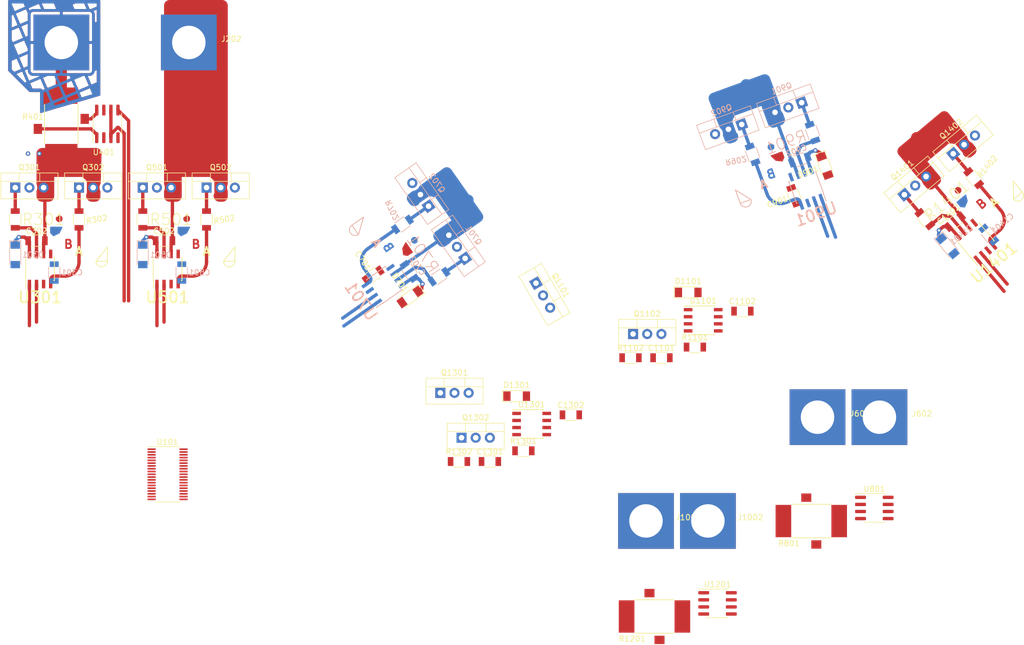
<source format=kicad_pcb>
(kicad_pcb (version 20211014) (generator pcbnew)
  (layers (0 "F.Cu" signal) (31 "B.Cu" signal) (34 "B.Paste" user) (35 "F.Paste" user) (36 "B.SilkS" user "B.Silkscreen") (37 "F.SilkS" user "F.Silkscreen") (38 "B.Mask" user) (39 "F.Mask" user) (44 "Edge.Cuts" user))
  (net 0 "")
  (net 1 "+15V")
  (net 2 "GND")
  (net 3 "/Full Bridge/Leg+/VB")
  (net 4 "/Full Bridge/Leg+/VS")
  (net 5 "/Full Bridge/Leg-/VB")
  (net 6 "/Full Bridge/Leg-/VS")
  (net 7 "/Full Bridge1/Leg+/VB")
  (net 8 "/Full Bridge1/Leg+/VS")
  (net 9 "/Full Bridge1/Leg-/VB")
  (net 10 "/Full Bridge1/Leg-/VS")
  (net 11 "/Full Bridge2/Leg+/VB")
  (net 12 "/Full Bridge2/Leg+/VS")
  (net 13 "/Full Bridge2/Leg-/VB")
  (net 14 "/Full Bridge2/Leg-/VS")
  (net 15 "/Leg+1/VB")
  (net 16 "/Leg+1/VS")
  (net 17 "/Full Bridge/Current sensor/OUT")
  (net 18 "/Full Bridge1/Current sensor/OUT")
  (net 19 "/Full Bridge2/Current sensor/OUT")
  (net 20 "Net-(Q301-Pad1)")
  (net 21 "+VDC")
  (net 22 "Net-(Q302-Pad1)")
  (net 23 "Net-(Q501-Pad1)")
  (net 24 "Net-(Q502-Pad1)")
  (net 25 "Net-(Q701-Pad1)")
  (net 26 "Net-(Q702-Pad1)")
  (net 27 "Net-(Q901-Pad1)")
  (net 28 "Net-(Q902-Pad1)")
  (net 29 "Net-(Q1101-Pad1)")
  (net 30 "Net-(Q1102-Pad1)")
  (net 31 "Net-(Q1301-Pad1)")
  (net 32 "Net-(Q1302-Pad1)")
  (net 33 "Net-(Q1401-Pad1)")
  (net 34 "Net-(Q1402-Pad1)")
  (net 35 "Net-(R301-Pad1)")
  (net 36 "Net-(R302-Pad1)")
  (net 37 "Net-(R401-Pad2)")
  (net 38 "Net-(R401-Pad3)")
  (net 39 "Net-(R501-Pad1)")
  (net 40 "Net-(R502-Pad1)")
  (net 41 "Net-(R701-Pad1)")
  (net 42 "Net-(R702-Pad1)")
  (net 43 "Net-(R801-Pad2)")
  (net 44 "Net-(R801-Pad3)")
  (net 45 "Net-(R901-Pad1)")
  (net 46 "Net-(R902-Pad1)")
  (net 47 "Net-(R1101-Pad1)")
  (net 48 "Net-(R1102-Pad1)")
  (net 49 "Net-(R1201-Pad2)")
  (net 50 "Net-(R1201-Pad3)")
  (net 51 "Net-(R1301-Pad1)")
  (net 52 "Net-(R1302-Pad1)")
  (net 53 "Net-(R1401-Pad1)")
  (net 54 "Net-(R1402-Pad1)")
  (net 57 "+3V3")
  (net 58 "/Full Bridge1/Q_high")
  (net 59 "/Full Bridge1/Q_low")
  (net 60 "/Full Bridge2/Q_high")
  (net 61 "/Full Bridge2/Q_low")
  (net 62 "/Leg+1/Q_HIGH")
  (net 63 "/Leg+1/Q_LOW")
  (net 71 "/Full Bridge/current")
  (net 72 "/Full Bridge1/current")
  (net 73 "/Full Bridge2/current")
  (net 86 "/Full Bridge/Q_low")
  (net 87 "/Full Bridge/Q_high")
  (footprint "Package_SO:SOIC-8_3.9x4.9mm_P1.27mm" (layer "F.Cu") (at 86.36 64.77 90)
    (fp_text reference "U401")
    (fp_text value "INA240A1D" hide)
  )
  (footprint "Passives:R1206M" (layer "F.Cu") (at 69.85 81.915 90)
    (fp_text reference "R301")
    (fp_text value "20R" hide)
  )
  (footprint "Connector:Pusa_6mm" (layer "F.Cu") (at 194.015 136)
    (fp_text reference "J1002")
    (fp_text value "Pusa_6mm")
  )
  (footprint "Passives:R1206M" (layer "F.Cu") (at 92.71 81.915 90)
    (fp_text reference "R501")
    (fp_text value "20R" hide)
  )
  (footprint "Discretes:TO-220" (layer "F.Cu") (at 180.6 102.465)
    (fp_text reference "Q1102")
    (fp_text value "CSD19531KCS" hide)
  )
  (footprint "Package_SO:SO8" (layer "F.Cu") (at 97.155 90.805 90)
    (fp_text reference "U501")
    (fp_text value "IR2181" hide)
  )
  (footprint "Passives:RM" (layer "F.Cu") (at 184.44 153.145)
    (fp_text reference "R1201")
    (fp_text value "R_Shunt" hide)
  )
  (footprint "Passives:R1206M" (layer "F.Cu") (at 232.908531 81.847943 130)
    (fp_text reference "R1401")
    (fp_text value "20R" hide)
  )
  (footprint "Passives:C1206M" (layer "F.Cu") (at 134.004693 91.919527 -145)
    (fp_text reference "C701")
    (fp_text value "1u" hide)
  )
  (footprint "Discretes:TO-220" (layer "F.Cu") (at 237.990887 70.122937 40)
    (fp_text reference "Q1402")
    (fp_text value "CSD19531KCS" hide)
  )
  (footprint "Passives:C1206M" (layer "F.Cu") (at 209.468634 77.669925 -70)
    (fp_text reference "C901")
    (fp_text value "1u" hide)
  )
  (footprint "Passives:C1206M" (layer "F.Cu") (at 96.52 85.725)
    (fp_text reference "C502")
    (fp_text value "1u" hide)
  )
  (footprint "Discretes:TO-220" (layer "F.Cu") (at 69.85 76.2)
    (fp_text reference "Q301")
    (fp_text value "CSD19531KCS" hide)
  )
  (footprint "Discretes:TO-220" (layer "F.Cu") (at 81.28 76.2)
    (fp_text reference "Q302")
    (fp_text value "CSD19531KCS" hide)
  )
  (footprint "Package_SO:SO8" (layer "F.Cu") (at 242.02798 85.800888 130)
    (fp_text reference "U1401")
    (fp_text value "IR2181" hide)
  )
  (footprint "Discretes:TO-220" (layer "F.Cu") (at 149.85 121.075)
    (fp_text reference "Q1302")
    (fp_text value "CSD19531KCS" hide)
  )
  (footprint "Passives:R1206M" (layer "F.Cu") (at 180.14 106.73)
    (fp_text reference "R1102")
    (fp_text value "20R" hide)
  )
  (footprint "Connector:Pusa_6mm" (layer "F.Cu") (at 182.915 136)
    (fp_text reference "J1001")
    (fp_text value "Pusa_6mm")
  )
  (footprint "Diode_SMD:D_MiniMELF" (layer "F.Cu") (at 159.74 113.615)
    (fp_text reference "D1301")
    (fp_text value "1N4148")
  )
  (footprint "Passives:C1206M" (layer "F.Cu") (at 169.45 116.97)
    (fp_text reference "C1302")
    (fp_text value "1u" hide)
  )
  (footprint "Connector:Pusa_6mm" (layer "F.Cu") (at 100.965 50.165)
    (fp_text reference "J202")
    (fp_text value "Pusa_6mm")
  )
  (footprint "Diode_SMD:D_MiniMELF" (layer "F.Cu") (at 190.49 95.005)
    (fp_text reference "D1101")
    (fp_text value "1N4148")
  )
  (footprint "Discretes:TO-220" (layer "F.Cu") (at 92.71 76.2)
    (fp_text reference "Q501")
    (fp_text value "CSD19531KCS" hide)
  )
  (footprint "Package_SO:SOIC-8_3.9x4.9mm_P1.27mm" (layer "F.Cu") (at 195.74 150.795)
    (fp_text reference "U1201")
    (fp_text value "INA240A1D")
  )
  (footprint "Discretes:TO-220" (layer "F.Cu") (at 146.05 113.03)
    (fp_text reference "Q1301")
    (fp_text value "CSD19531KCS" hide)
  )
  (footprint "Passives:C1206M" (layer "F.Cu") (at 200.2 98.36)
    (fp_text reference "C1102")
    (fp_text value "1u" hide)
  )
  (footprint "Discretes:TO-220" (layer "F.Cu") (at 229.235 77.47 40)
    (fp_text reference "Q1401")
    (fp_text value "CSD19531KCS" hide)
  )
  (footprint "Package_SO:SO8" (layer "F.Cu") (at 193.17 100.005)
    (fp_text reference "U1101")
    (fp_text value "IR2181" hide)
  )
  (footprint "Passives:R1206M" (layer "F.Cu") (at 81.28 81.915 90)
    (fp_text reference "R302")
    (fp_text value "20R" hide)
  )
  (footprint "Connector:Pusa_6mm" (layer "F.Cu") (at 213.665 117.39)
    (fp_text reference "J601")
    (fp_text value "Pusa_6mm")
  )
  (footprint "Connector:Pusa_6mm" (layer "F.Cu") (at 78.105 50.165)
    (fp_text reference "J201" hide)
    (fp_text value "Pusa_6mm" hide)
  )
  (footprint "Package_SO:SO8" (layer "F.Cu") (at 74.295 90.805 90)
    (fp_text reference "U301")
    (fp_text value "IR2181" hide)
  )
  (footprint "Passives:C1206M" (layer "F.Cu") (at 238.276181 82.317552 40)
    (fp_text reference "C1402")
    (fp_text value "1u" hide)
  )
  (footprint "Passives:RM" (layer "F.Cu") (at 212.55 136.025)
    (fp_text reference "R801")
    (fp_text value "R_Shunt" hide)
  )
  (footprint "Package_SO:TSSOP-38_4.4x9.7mm_P0.5mm" (layer "F.Cu") (at 97.155 127.635)
    (fp_text reference "U101")
    (fp_text value "TMS320F28027DA")
  )
  (footprint "Passives:R1206M" (layer "F.Cu") (at 160.94 123.42)
    (fp_text reference "R1301")
    (fp_text value "20R" hide)
  )
  (footprint "Package_SO:SO8" (layer "F.Cu") (at 162.42 118.615)
    (fp_text reference "U1301")
    (fp_text value "IR2181" hide)
  )
  (footprint "Diode_SMD:D_MiniMELF" (layer "F.Cu") (at 214.946473 72.29739 -70)
    (fp_text reference "D901")
    (fp_text value "1N4148" hide)
  )
  (footprint "Passives:C1206M" (layer "F.Cu") (at 73.66 85.725)
    (fp_text reference "C302")
    (fp_text value "1u" hide)
  )
  (footprint "Passives:C1206M" (layer "F.Cu") (at 154.94 125.34)
    (fp_text reference "C1301")
    (fp_text value "1u" hide)
  )
  (footprint "Discretes:TO-220" (layer "F.Cu") (at 104.14 76.2)
    (fp_text reference "Q502")
    (fp_text value "CSD19531KCS" hide)
  )
  (footprint "Passives:R1206M" (layer "F.Cu") (at 191.69 104.81)
    (fp_text reference "R1101")
    (fp_text value "20R" hide)
  )
  (footprint "Passives:R1206M" (layer "F.Cu") (at 149.39 125.34)
    (fp_text reference "R1302")
    (fp_text value "20R" hide)
  )
  (footprint "Passives:RM" (layer "F.Cu") (at 78.105 64.77 -90)
    (fp_text reference "R401")
    (fp_text value "R_Shunt" hide)
  )
  (footprint "Package_SO:SOIC-8_3.9x4.9mm_P1.27mm" (layer "F.Cu") (at 223.85 133.675)
    (fp_text reference "U801")
    (fp_text value "INA240A1D")
  )
  (footprint "Passives:R1206M" (layer "F.Cu") (at 241.664419 74.500881 130)
    (fp_text reference "R1402")
    (fp_text value "20R" hide)
  )
  (footprint "Passives:C1206M" (layer "F.Cu") (at 185.69 106.73)
    (fp_text reference "C1101")
    (fp_text value "1u" hide)
  )
  (footprint "Diode_SMD:D_MiniMELF" (layer "F.Cu") (at 140.611932 95.820199 -145)
    (fp_text reference "D701")
    (fp_text value "1N4148" hide)
  )
  (footprint "Connector:Pusa_6mm" (layer "F.Cu") (at 224.765 117.39)
    (fp_text reference "J602")
    (fp_text value "Pusa_6mm")
  )
  (footprint "Discretes:TO-220" (layer "F.Cu") (at 163.195 93.345 -60)
    (fp_text reference "Q1101")
    (fp_text value "CSD19531KCS" hide)
  )
  (footprint "Passives:R1206M" (layer "F.Cu") (at 104.14 81.915 90)
    (fp_text reference "R502")
    (fp_text value "20R" hide)
  )
  (footprint "Discretes:TO-220" (layer "B.Cu") (at 200.079314 64.869289 -160)
    (fp_text reference "Q902")
    (fp_text value "CSD19531KCS" hide)
  )
  (footprint "Discretes:TO-220" (layer "B.Cu") (at 210.82 60.96 -160)
    (fp_text reference "Q901")
    (fp_text value "CSD19531KCS" hide)
  )
  (footprint "Passives:R1206M" (layer "B.Cu") (at 145.813547 92.177988 35)
    (fp_text reference "R701")
    (fp_text value "20R" hide)
  )
  (footprint "Passives:C1206M" (layer "B.Cu") (at 140.507251 91.242345 125)
    (fp_text reference "C702")
    (fp_text value "1u" hide)
  )
  (footprint "Package_SO:SO8" (layer "B.Cu") (at 135.981738 93.635953 35)
    (fp_text reference "U701")
    (fp_text value "IR2181" hide)
  )
  (footprint "Diode_SMD:D_MiniMELF" (layer "B.Cu") (at 92.71 88.265 -90)
    (fp_text reference "D501")
    (fp_text value "1N4148" hide)
  )
  (footprint "Diode_SMD:D_MiniMELF" (layer "B.Cu") (at 236.990232 86.712326 -50)
    (fp_text reference "D1401")
    (fp_text value "1N4148" hide)
  )
  (footprint "Package_SO:SO8" (layer "B.Cu") (at 211.63827 76.204489 110)
    (fp_text reference "U901")
    (fp_text value "IR2181" hide)
  )
  (footprint "Passives:R1206M" (layer "B.Cu") (at 212.774644 66.330342 110)
    (fp_text reference "R901")
    (fp_text value "20R" hide)
  )
  (footprint "Diode_SMD:D_MiniMELF" (layer "B.Cu") (at 69.85 88.265 -90)
    (fp_text reference "D301")
    (fp_text value "1N4148" hide)
  )
  (footprint "Discretes:TO-220" (layer "B.Cu") (at 150.495 88.9 125)
    (fp_text reference "Q701")
    (fp_text value "CSD19531KCS" hide)
  )
  (footprint "Passives:C1206M" (layer "B.Cu") (at 76.835 91.44 -90)
    (fp_text reference "C301")
    (fp_text value "1u" hide)
  )
  (footprint "Passives:C1206M" (layer "B.Cu") (at 99.695 91.44 -90)
    (fp_text reference "C501")
    (fp_text value "1u" hide)
  )
  (footprint "Passives:R1206M" (layer "B.Cu") (at 202.033959 70.239633 110)
    (fp_text reference "R902")
    (fp_text value "20R" hide)
  )
  (footprint "Passives:C1206M" (layer "B.Cu") (at 210.497513 71.213668 -160)
    (fp_text reference "C902")
    (fp_text value "1u" hide)
  )
  (footprint "Passives:R1206M" (layer "B.Cu") (at 139.257568 82.815081 35)
    (fp_text reference "R702")
    (fp_text value "20R" hide)
  )
  (footprint "Discretes:TO-220" (layer "B.Cu") (at 143.939023 79.537092 125)
    (fp_text reference "Q702")
    (fp_text value "CSD19531KCS" hide)
  )
  (footprint "Passives:C1206M" (layer "B.Cu") (at 244.381903 84.654645 -50)
    (fp_text reference "C1401")
    (fp_text value "1u" hide)
  )
  (gr_poly (pts (xy 139.320591 87.112026) (xy 139.487215 88.235661) (xy 140.194722 88.360414) (xy 141.02698 87.77766) (xy 139.861473 86.113143)) (layer "F.Cu") (width 0.2) (fill solid))
  (gr_poly (pts (xy 206.2008 71.290889) (xy 207.329273 71.42076) (xy 207.632892 70.76965) (xy 207.285399 69.814922) (xy 205.375943 70.509907)) (layer "F.Cu") (width 0.2) (fill solid))
  (gr_circle (center 77.724 81.788) (end 78.232 81.788) (layer "F.Cu") (width 0.2) (fill solid))
  (gr_circle (center 100.584 81.788) (end 101.092 81.788) (layer "F.Cu") (width 0.2) (fill solid))
  (gr_circle (center 238.858731 76.689347) (end 239.247882 76.362811) (layer "F.Cu") (width 0.2) (fill solid))
  (gr_poly (pts (xy 240.491412 78.6351) (xy 240.039647 79.677322) (xy 239.32396 79.614708) (xy 238.670888 78.836407) (xy 240.22749 77.530262)) (layer "B.Cu") (width 0.2) (fill solid))
  (gr_poly (pts (xy 77.724 84.328) (xy 76.708 84.836) (xy 76.2 84.328) (xy 76.2 83.312) (xy 78.232 83.312)) (layer "B.Cu") (width 0.2) (fill solid))
  (gr_poly (pts (xy 100.584 84.328) (xy 99.568 84.836) (xy 99.06 84.328) (xy 99.06 83.312) (xy 101.092 83.312)) (layer "B.Cu") (width 0.2) (fill solid))
  (gr_circle (center 141.401238 85.655142) (end 141.10986 85.239013) (layer "B.Cu") (width 0.2) (fill solid))
  (gr_circle (center 205.332069 68.904069) (end 204.854705 69.077816) (layer "B.Cu") (width 0.2) (fill solid))
  (gr_arc (start 131.3714 84.616114) (mid 129.956388 84.36661) (end 130.205892 82.951598) (layer "B.SilkS") (width 0.15))
  (gr_arc (start 201.732532 78.323228) (mid 201.125297 79.625449) (end 199.823077 79.018213) (layer "B.SilkS") (width 0.15))
  (gr_line (start 131.3714 84.616114) (end 130.205892 82.951598) (layer "B.SilkS") (width 0.15))
  (gr_line (start 201.732532 78.323228) (end 199.823077 79.018213) (layer "B.SilkS") (width 0.15))
  (gr_line (start 132.286539 81.494713) (end 131.3714 84.616114) (layer "B.SilkS") (width 0.15))
  (gr_line (start 198.954346 76.631394) (end 201.732532 78.323228) (layer "B.SilkS") (width 0.15))
  (gr_line (start 130.205892 82.951598) (end 132.286539 81.494713) (layer "B.SilkS") (width 0.15))
  (gr_line (start 199.823077 79.018213) (end 198.954346 76.631394) (layer "B.SilkS") (width 0.15))
  (gr_arc (start 250.372333 76.975492) (mid 250.247104 78.406865) (end 248.81573 78.281636) (layer "F.SilkS") (width 0.15))
  (gr_line (start 250.372333 76.975492) (end 248.81573 78.281636) (layer "F.SilkS") (width 0.15))
  (gr_line (start 86.36 86.868) (end 86.36 89.408) (layer "F.SilkS") (width 0.15))
  (gr_line (start 107.188 89.408) (end 109.22 86.868) (layer "F.SilkS") (width 0.15))
  (gr_arc (start 109.22 89.408) (mid 108.204 90.424) (end 107.188 89.408) (layer "F.SilkS") (width 0.15))
  (gr_line (start 109.22 86.868) (end 109.22 89.408) (layer "F.SilkS") (width 0.15))
  (gr_line (start 248.81573 78.281636) (end 248.739652 75.029739) (layer "F.SilkS") (width 0.15))
  (gr_line (start 248.739652 75.029739) (end 250.372333 76.975492) (layer "F.SilkS") (width 0.15))
  (gr_line (start 84.328 89.408) (end 86.36 86.868) (layer "F.SilkS") (width 0.15))
  (gr_line (start 86.36 89.408) (end 84.328 89.408) (layer "F.SilkS") (width 0.15))
  (gr_arc (start 86.36 89.408) (mid 85.344 90.424) (end 84.328 89.408) (layer "F.SilkS") (width 0.15))
  (gr_line (start 109.22 89.408) (end 107.188 89.408) (layer "F.SilkS") (width 0.15))
  (gr_text "B" (at 243.062295 79.13046 40) (layer "F.Cu") (effects (font (size 1.5 1.5) (thickness 0.3))))
  (gr_text "B" (at 79.375 86.36) (layer "F.Cu") (effects (font (size 1.5 1.5) (thickness 0.3))))
  (gr_text "B" (at 102.235 86.36) (layer "F.Cu") (effects (font (size 1.5 1.5) (thickness 0.3))))
  (gr_text "B" (at 136.7091 86.925114 305) (layer "B.Cu") (effects (font (size 1.5 1.5) (thickness 0.3)) (justify mirror)))
  (gr_text "B" (at 205.344353 73.765019 20) (layer "B.Cu") (effects (font (size 1.5 1.5) (thickness 0.3)) (justify mirror)))
  (gr_text "A" (at 134.576114 86.093071 305) (layer "B.SilkS") (effects (font (size 1.5 1.5) (thickness 0.3)) (justify mirror)))
  (gr_text "A" (at 203.988604 75.609977 20) (layer "B.SilkS") (effects (font (size 1.5 1.5) (thickness 0.3)) (justify mirror)))
  (gr_text "A" (at 104.14 87.63) (layer "F.SilkS") (effects (font (size 1.5 1.5) (thickness 0.3))))
  (gr_text "A" (at 81.28 87.63) (layer "F.SilkS") (effects (font (size 1.5 1.5) (thickness 0.3))))
  (gr_text "A" (at 245.33795 78.878826 40) (layer "F.SilkS") (effects (font (size 1.5 1.5) (thickness 0.3))))
  (via (at 72.136 70.104) (size 0.8) (drill 0.4) (layers "F.Cu" "B.Cu") (net 0))
  (segment (start 71.525 85.09) (end 72.16 85.725) (width 0.6) (layer "F.Cu") (net 3))
  (segment (start 72.39 88.105) (end 72.39 85.955) (width 0.6) (layer "F.Cu") (net 3))
  (segment (start 70.485 85.09) (end 71.525 85.09) (width 0.6) (layer "F.Cu") (net 3))
  (segment (start 72.39 85.955) (end 72.16 85.725) (width 0.6) (layer "F.Cu") (net 3))
  (via (at 70.485 85.09) (size 0.8) (drill 0.4) (layers "F.Cu" "B.Cu") (net 3))
  (segment (start 69.85 86.515) (end 69.85 85.725) (width 0.6) (layer "B.Cu") (net 3))
  (segment (start 69.85 85.725) (end 70.485 85.09) (width 0.6) (layer "B.Cu") (net 3))
  (segment (start 83.82 73.025) (end 78.74 73.025) (width 2) (layer "F.Cu") (net 4))
  (segment (start 75.16 76.43) (end 74.93 76.2) (width 0.6) (layer "F.Cu") (net 4))
  (segment (start 78.105 72.39) (end 78.74 73.025) (width 2) (layer "F.Cu") (net 4))
  (segment (start 74.93 88.105) (end 74.93 85.955) (width 0.6) (layer "F.Cu") (net 4))
  (segment (start 83.82 76.2) (end 83.82 73.025) (width 2) (layer "F.Cu") (net 4))
  (segment (start 78.105 69.77) (end 78.105 72.39) (width 2) (layer "F.Cu") (net 4))
  (segment (start 78.74 73.025) (end 74.93 73.025) (width 2) (layer "F.Cu") (net 4))
  (segment (start 74.93 85.955) (end 75.16 85.725) (width 0.6) (layer "F.Cu") (net 4))
  (segment (start 75.16 85.725) (end 75.16 76.43) (width 0.6) (layer "F.Cu") (net 4))
  (segment (start 74.93 73.025) (end 74.93 76.2) (width 2) (layer "F.Cu") (net 4))
  (via (at 74.168 70.104) (size 0.8) (drill 0.4) (layers "F.Cu" "B.Cu") (net 4))
  (segment (start 95.25 85.955) (end 95.02 85.725) (width 0.6) (layer "F.Cu") (net 5))
  (segment (start 94.385 85.09) (end 95.02 85.725) (width 0.6) (layer "F.Cu") (net 5))
  (segment (start 95.25 88.105) (end 95.25 85.955) (width 0.6) (layer "F.Cu") (net 5))
  (segment (start 93.345 85.09) (end 94.385 85.09) (width 0.6) (layer "F.Cu") (net 5))
  (via (at 93.345 85.09) (size 0.8) (drill 0.4) (layers "F.Cu" "B.Cu") (net 5))
  (segment (start 92.71 85.725) (end 93.345 85.09) (width 0.6) (layer "B.Cu") (net 5))
  (segment (start 92.71 86.515) (end 92.71 85.725) (width 0.6) (layer "B.Cu") (net 5))
  (segment (start 97.79 85.955) (end 98.02 85.725) (width 0.6) (layer "F.Cu") (net 6))
  (segment (start 98.02 85.725) (end 98.02 76.43) (width 0.6) (layer "F.Cu") (net 6))
  (segment (start 98.02 76.43) (end 97.79 76.2) (width 0.6) (layer "F.Cu") (net 6))
  (segment (start 106.68 76.2) (end 106.68 73.025) (width 2) (layer "F.Cu") (net 6))
  (segment (start 100.965 72.39) (end 101.6 73.025) (width 2) (layer "F.Cu") (net 6))
  (segment (start 97.79 88.105) (end 97.79 85.955) (width 0.6) (layer "F.Cu") (net 6))
  (segment (start 97.79 73.025) (end 97.79 76.2) (width 2) (layer "F.Cu") (net 6))
  (segment (start 100.965 69.77) (end 100.965 72.39) (width 2) (layer "F.Cu") (net 6))
  (segment (start 101.6 73.025) (end 97.79 73.025) (width 2) (layer "F.Cu") (net 6))
  (segment (start 106.68 73.025) (end 101.6 73.025) (width 2) (layer "F.Cu") (net 6))
  (segment (start 142.692577 94.363315) (end 142.848517 93.478933) (width 0.6) (layer "F.Cu") (net 7))
  (segment (start 142.045447 94.816441) (end 142.692577 94.363315) (width 0.6) (layer "F.Cu") (net 7))
  (via (at 142.848517 93.478933) (size 0.8) (drill 0.4) (layers "F.Cu" "B.Cu") (net 7))
  (segment (start 142.251998 92.627015) (end 141.367615 92.471074) (width 0.6) (layer "B.Cu") (net 7))
  (segment (start 141.047288 92.414592) (end 141.367615 92.471074) (width 0.6) (layer "B.Cu") (net 7))
  (segment (start 142.848517 93.478933) (end 142.251998 92.627015) (width 0.6) (layer "B.Cu") (net 7))
  (segment (start 139.286111 93.647782) (end 141.047288 92.414592) (width 0.6) (layer "B.Cu") (net 7))
  (segment (start 139.646886 90.013618) (end 147.260904 84.682225) (width 0.6) (layer "B.Cu") (net 8))
  (segment (start 145.082945 75.635341) (end 147.996714 79.796633) (width 2) (layer "B.Cu") (net 8))
  (segment (start 142.482137 77.456446) (end 145.082945 75.635341) (width 2) (layer "B.Cu") (net 8))
  (segment (start 150.18204 82.917603) (end 147.581231 84.738708) (width 2) (layer "B.Cu") (net 8))
  (segment (start 151.027274 78.449804) (end 148.881096 79.952574) (width 2) (layer "B.Cu") (net 8))
  (segment (start 137.829227 91.567135) (end 139.590404 90.333945) (width 0.6) (layer "B.Cu") (net 8))
  (segment (start 139.590404 90.333945) (end 139.646886 90.013618) (width 0.6) (layer "B.Cu") (net 8))
  (segment (start 147.260904 84.682225) (end 147.581231 84.738708) (width 0.6) (layer "B.Cu") (net 8))
  (segment (start 147.996714 79.796633) (end 150.18204 82.917603) (width 2) (layer "B.Cu") (net 8))
  (segment (start 148.881096 79.952574) (end 147.996714 79.796633) (width 2) (layer "B.Cu") (net 8))
  (segment (start 214.077742 69.910572) (end 213.263854 69.53105) (width 0.6) (layer "F.Cu") (net 9))
  (segment (start 214.347938 70.652929) (end 214.077742 69.910572) (width 0.6) (layer "F.Cu") (net 9))
  (via (at 213.263854 69.53105) (size 0.8) (drill 0.4) (layers "F.Cu" "B.Cu") (net 9))
  (segment (start 212.286574 69.886751) (end 211.907052 70.700639) (width 0.6) (layer "B.Cu") (net 9))
  (segment (start 211.769587 70.995433) (end 211.907052 70.700639) (width 0.6) (layer "B.Cu") (net 9))
  (segment (start 213.263854 69.53105) (end 212.286574 69.886751) (width 0.6) (layer "B.Cu") (net 9))
  (segment (start 212.504931 73.015772) (end 211.769587 70.995433) (width 0.6) (layer "B.Cu") (net 9))
  (segment (start 209.087974 71.726699) (end 205.908897 62.992256) (width 0.6) (layer "B.Cu") (net 10))
  (segment (start 196.60658 62.754497) (end 201.380219 61.017035) (width 2) (layer "B.Cu") (net 10))
  (segment (start 197.692494 65.738021) (end 196.60658 62.754497) (width 2) (layer "B.Cu") (net 10))
  (segment (start 204.960448 59.713938) (end 206.046361 62.697463) (width 2) (layer "B.Cu") (net 10))
  (segment (start 200.863648 57.741153) (end 201.759741 60.203147) (width 2) (layer "B.Cu") (net 10))
  (segment (start 210.118111 73.884503) (end 209.382768 71.864164) (width 0.6) (layer "B.Cu") (net 10))
  (segment (start 209.382768 71.864164) (end 209.087974 71.726699) (width 0.6) (layer "B.Cu") (net 10))
  (segment (start 205.908897 62.992256) (end 206.046361 62.697463) (width 0.6) (layer "B.Cu") (net 10))
  (segment (start 201.380219 61.017035) (end 204.960448 59.713938) (width 2) (layer "B.Cu") (net 10))
  (segment (start 201.759741 60.203147) (end 201.380219 61.017035) (width 2) (layer "B.Cu") (net 10))
  (segment (start 236.232506 83.203466) (end 237.127115 83.281734) (width 0.6) (layer "F.Cu") (net 15))
  (segment (start 237.451146 83.310083) (end 237.127115 83.281734) (width 0.6) (layer "F.Cu") (net 15))
  (segment (start 235.43582 83.871965) (end 236.232506 83.203466) (width 0.6) (layer "F.Cu") (net 15))
  (segment (start 238.833139 84.957079) (end 237.451146 83.310083) (width 0.6) (layer "F.Cu") (net 15))
  (via (at 235.43582 83.871965) (size 0.8) (drill 0.4) (layers "F.Cu" "B.Cu") (net 15))
  (segment (start 235.357552 84.766573) (end 235.43582 83.871965) (width 0.6) (layer "B.Cu") (net 15))
  (segment (start 235.865354 85.371748) (end 235.357552 84.766573) (width 0.6) (layer "B.Cu") (net 15))
  (segment (start 239.425248 81.353371) (end 233.450537 74.232988) (width 0.6) (layer "F.Cu") (net 16))
  (segment (start 237.89579 66.058066) (end 234.004284 69.323427) (width 2) (layer "F.Cu") (net 16))
  (segment (start 239.936641 68.490257) (end 237.89579 66.058066) (width 2) (layer "F.Cu") (net 16))
  (segment (start 231.085655 71.772448) (end 233.126506 74.204639) (width 2) (layer "F.Cu") (net 16))
  (segment (start 231.425573 67.238123) (end 233.109676 69.245159) (width 2) (layer "F.Cu") (net 16))
  (segment (start 240.778892 83.324398) (end 239.396899 81.677402) (width 0.6) (layer "F.Cu") (net 16))
  (segment (start 239.396899 81.677402) (end 239.425248 81.353371) (width 0.6) (layer "F.Cu") (net 16))
  (segment (start 233.450537 74.232988) (end 233.126506 74.204639) (width 0.6) (layer "F.Cu") (net 16))
  (segment (start 234.004284 69.323427) (end 231.085655 71.772448) (width 2) (layer "F.Cu") (net 16))
  (segment (start 233.109676 69.245159) (end 234.004284 69.323427) (width 2) (layer "F.Cu") (net 16))
  (segment (start 78.105 59.77) (end 78.105 50.165) (width 2) (layer "F.Cu") (net 17))
  (segment (start 69.85 80.415) (end 69.85 76.2) (width 0.6) (layer "F.Cu") (net 20))
  (segment (start 81.28 80.415) (end 81.28 76.2) (width 0.6) (layer "F.Cu") (net 22))
  (segment (start 92.71 80.415) (end 92.71 76.2) (width 0.6) (layer "F.Cu") (net 23))
  (segment (start 104.14 80.415) (end 104.14 76.2) (width 0.6) (layer "F.Cu") (net 24))
  (segment (start 147.042274 91.317624) (end 150.495 88.9) (width 0.6) (layer "B.Cu") (net 25))
  (segment (start 140.486295 81.954717) (end 143.939021 79.537092) (width 0.6) (layer "B.Cu") (net 26))
  (segment (start 212.261615 64.920804) (end 210.82 60.96) (width 0.6) (layer "B.Cu") (net 27))
  (segment (start 201.520928 68.830095) (end 200.079314 64.86929) (width 0.6) (layer "B.Cu") (net 28))
  (segment (start 231.94435 80.698877) (end 229.235 77.47) (width 0.6) (layer "F.Cu") (net 33))
  (segment (start 240.700238 73.351815) (end 237.990888 70.122938) (width 0.6) (layer "F.Cu") (net 34))
  (segment (start 73.66 88.105) (end 73.66 84.455) (width 0.6) (layer "F.Cu") (net 35))
  (segment (start 72.62 83.415) (end 69.85 83.415) (width 0.6) (layer "F.Cu") (net 35))
  (segment (start 73.66 84.455) (end 72.62 83.415) (width 0.6) (layer "F.Cu") (net 35))
  (segment (start 76.2 93.505) (end 76.2 92.71) (width 0.6) (layer "F.Cu") (net 36))
  (segment (start 76.835 92.075) (end 78.74 92.075) (width 0.6) (layer "F.Cu") (net 36))
  (segment (start 81.28 89.535) (end 81.28 83.415) (width 0.6) (layer "F.Cu") (net 36))
  (arc (start 76.2 92.71) (mid 76.385987 92.260987) (end 76.835 92.075) (width 0.6) (layer "F.Cu") (net 36))
  (arc (start 78.74 92.075) (mid 80.536051 91.331051) (end 81.28 89.535) (width 0.6) (layer "F.Cu") (net 36))
  (segment (start 82.305 63.87) (end 83.45 63.87) (width 0.6) (layer "F.Cu") (net 37))
  (segment (start 83.45 63.87) (end 84.455 62.865) (width 0.6) (layer "F.Cu") (net 37))
  (segment (start 84.455 62.865) (end 84.455 62.295) (width 0.6) (layer "F.Cu") (net 37))
  (segment (start 83.45 65.67) (end 84.455 66.675) (width 0.6) (layer "F.Cu") (net 38))
  (segment (start 73.905 65.67) (end 83.45 65.67) (width 0.6) (layer "F.Cu") (net 38))
  (segment (start 84.455 66.675) (end 84.455 67.245) (width 0.6) (layer "F.Cu") (net 38))
  (segment (start 96.52 84.455) (end 95.48 83.415) (width 0.6) (layer "F.Cu") (net 39))
  (segment (start 95.48 83.415) (end 92.71 83.415) (width 0.6) (layer "F.Cu") (net 39))
  (segment (start 96.52 88.105) (end 96.52 84.455) (width 0.6) (layer "F.Cu") (net 39))
  (segment (start 104.14 89.535) (end 104.14 83.415) (width 0.6) (layer "F.Cu") (net 40))
  (segment (start 99.06 93.505) (end 99.06 92.71) (width 0.6) (layer "F.Cu") (net 40))
  (segment (start 99.695 92.075) (end 101.6 92.075) (width 0.6) (layer "F.Cu") (net 40))
  (arc (start 99.06 92.71) (mid 99.245987 92.260987) (end 99.695 92.075) (width 0.6) (layer "F.Cu") (net 40))
  (arc (start 101.6 92.075) (mid 103.396051 91.331051) (end 104.14 89.535) (width 0.6) (layer "F.Cu") (net 40))
  (segment (start 141.547574 90.513904) (end 142.996011 90.769303) (width 0.6) (layer "B.Cu") (net 41))
  (segment (start 138.557669 92.607458) (end 141.547574 90.513904) (width 0.6) (layer "B.Cu") (net 41))
  (segment (start 142.996011 90.769303) (end 144.584818 93.038354) (width 0.6) (layer "B.Cu") (net 41))
  (segment (start 132.677363 93.624125) (end 133.328589 93.168131) (width 0.6) (layer "B.Cu") (net 42))
  (segment (start 133.015629 87.185734) (end 138.028839 83.675446) (width 0.6) (layer "B.Cu") (net 42))
  (segment (start 133.48453 92.283749) (end 132.391867 90.723265) (width 0.6) (layer "B.Cu") (net 42))
  (arc (start 132.391867 90.723265) (mid 131.971102 88.825313) (end 133.015629 87.185734) (width 0.6) (layer "B.Cu") (net 42))
  (arc (start 133.328589 93.168131) (mid 133.589722 92.758236) (end 133.48453 92.283749) (width 0.6) (layer "B.Cu") (net 42))
  (segment (start 210.063147 70.020259) (end 210.684727 68.687278) (width 0.6) (layer "B.Cu") (net 45))
  (segment (start 211.311521 73.450137) (end 210.063147 70.020259) (width 0.6) (layer "B.Cu") (net 45))
  (segment (start 210.684727 68.687278) (end 213.287675 67.739883) (width 0.6) (layer "B.Cu") (net 45))
  (segment (start 210.771611 79.393209) (end 210.499704 78.646153) (width 0.6) (layer "B.Cu") (net 46))
  (segment (start 204.640152 77.400091) (end 202.546988 71.649173) (width 0.6) (layer "B.Cu") (net 46))
  (segment (start 209.685817 78.266631) (end 207.895703 78.918179) (width 0.6) (layer "B.Cu") (net 46))
  (arc (start 207.895703 78.918179) (mid 205.953521 78.833381) (end 204.640152 77.400091) (width 0.6) (layer "B.Cu") (net 46))
  (arc (start 210.499704 78.646153) (mid 210.171362 78.28783) (end 209.685817 78.266631) (width 0.6) (layer "B.Cu") (net 46))
  (segment (start 237.459841 81.344676) (end 235.994656 81.216489) (width 0.6) (layer "F.Cu") (net 53))
  (segment (start 239.806016 84.140738) (end 237.459841 81.344676) (width 0.6) (layer "F.Cu") (net 53))
  (segment (start 235.994656 81.216489) (end 233.872713 82.997011) (width 0.6) (layer "F.Cu") (net 53))
  (segment (start 245.222822 86.644698) (end 244.711806 86.035692) (width 0.6) (layer "F.Cu") (net 54))
  (segment (start 246.562461 80.33814) (end 242.628601 75.649948) (width 0.6) (layer "F.Cu") (net 54))
  (segment (start 244.790074 85.141084) (end 246.249388 83.916574) (width 0.6) (layer "F.Cu") (net 54))
  (arc (start 246.249388 83.916574) (mid 247.147042 82.192196) (end 246.562461 80.33814) (width 0.6) (layer "F.Cu") (net 54))
  (arc (start 244.711806 86.035692) (mid 244.56566 85.572178) (end 244.790074 85.141084) (width 0.6) (layer "F.Cu") (net 54))
  (segment (start 88.211441 65.405) (end 88.318559 65.405) (width 0.6) (layer "F.Cu") (net 57))
  (segment (start 86.995 66.621441) (end 88.211441 65.405) (width 0.6) (layer "F.Cu") (net 57))
  (segment (start 86.995 67.245) (end 86.995 66.621441) (width 0.6) (layer "F.Cu") (net 57))
  (segment (start 88.318559 65.405) (end 89.37048 66.456921) (width 0.6) (layer "F.Cu") (net 57))
  (segment (start 89.37048 66.456921) (end 89.37048 96.52) (width 0.6) (layer "F.Cu") (net 57))
  (segment (start 86.995 62.295) (end 86.995 67.245) (width 0.6) (layer "F.Cu") (net 57))
  (segment (start 213.158429 78.524477) (end 215.492718 84.93788) (width 0.6) (layer "B.Cu") (net 58))
  (segment (start 134.86269 96.745095) (end 128.751816 101.023974) (width 0.6) (layer "B.Cu") (net 58))
  (segment (start 134.134248 95.704771) (end 128.543535 99.619431) (width 0.6) (layer "B.Cu") (net 59))
  (segment (start 214.35184 78.090112) (end 216.90331 85.100219) (width 0.6) (layer "B.Cu") (net 59))
  (segment (start 242.304192 89.093719) (end 247.099388 94.80841) (width 0.6) (layer "F.Cu") (net 62))
  (segment (start 243.277069 88.277378) (end 247.664094 93.505632) (width 0.6) (layer "F.Cu") (net 63))
  (segment (start 88.265 62.295) (end 90.17 64.2) (width 0.6) (layer "F.Cu") (net 71))
  (segment (start 90.17 64.2) (end 90.17 96.52) (width 0.6) (layer "F.Cu") (net 71))
  (segment (start 73.66 93.505) (end 73.66 100.33) (width 0.6) (layer "F.Cu") (net 86))
  (segment (start 95.25 93.505) (end 95.25 100.965) (width 0.6) (layer "F.Cu") (net 86))
  (segment (start 96.52 93.505) (end 96.52 100.33) (width 0.6) (layer "F.Cu") (net 87))
  (segment (start 72.39 93.505) (end 72.39 100.965) (width 0.6) (layer "F.Cu") (net 87))
  (zone (net 16) (net_name "/Leg+1/VS") (layer "F.Cu") (connect_pads yes (clearance 0.508)) (min_thickness 0.254) (fill yes (thermal_gap 0.508) (thermal_bridge_width 0.508) (smoothing fillet) (radius 1))
    (polygon (pts (xy 242.542198 69.61967) (xy 241.082883 70.84418) (xy 240.188275 70.765912) (xy 238.147424 68.333721) (xy 237.252816 68.255453) (xy 233.36131 71.520814) (xy 236.218501 74.925881) (xy 233.78631 76.966732) (xy 227.582124 69.572871) (xy 236.532587 62.062541)))
  )
  (zone (net 4) (net_name "/Full Bridge/Leg+/VS") (layer "F.Cu") (connect_pads yes (clearance 0.508)) (min_thickness 0.254) (fill yes (thermal_gap 0.508) (thermal_bridge_width 0.508) (smoothing fillet) (radius 1))
    (polygon (pts (xy 85.09 78.74) (xy 83.185 78.74) (xy 82.55 78.105) (xy 82.55 74.93) (xy 81.915 74.295) (xy 76.835 74.295) (xy 76.835 78.74) (xy 73.66 78.74) (xy 73.66 69.088) (xy 85.344 69.088)))
  )
  (zone (net 17) (net_name "/Full Bridge/Current sensor/OUT") (layers F&B.Cu) (connect_pads thru_hole_only (clearance 0.508)) (min_thickness 0.254) (fill yes (mode hatch) (thermal_gap 0.508) (thermal_bridge_width 0.508) (hatch_thickness 0.5) (hatch_gap 2) (hatch_orientation 23) (hatch_border_algorithm hatch_thickness) (hatch_min_hole_area 0.3))
    (polygon (pts (xy 85.09 59.69) (xy 74.295 62.865) (xy 74.295 59.055) (xy 72.39 59.055) (xy 68.58 55.245) (xy 68.58 42.545) (xy 85.09 42.545)))
  )
  (zone (net 6) (net_name "/Full Bridge/Leg-/VS") (layer "F.Cu") (connect_pads yes (clearance 0.508)) (min_thickness 0.254) (fill yes (thermal_gap 0.508) (thermal_bridge_width 0.508) (smoothing fillet) (radius 1))
    (polygon (pts (xy 107.95 78.74) (xy 106.045 78.74) (xy 105.41 78.105) (xy 105.41 74.93) (xy 104.775 74.295) (xy 99.695 74.295) (xy 99.695 78.74) (xy 96.52 78.74) (xy 96.52 42.545) (xy 107.95 42.545)))
  )
  (zone (net 8) (net_name "/Full Bridge1/Leg+/VS") (layer "B.Cu") (connect_pads yes (clearance 0.508)) (min_thickness 0.254) (fill yes (thermal_gap 0.508) (thermal_bridge_width 0.508) (smoothing fillet) (radius 1))
    (polygon (pts (xy 139.673049 77.873007) (xy 140.765712 79.433492) (xy 141.650094 79.589432) (xy 144.250902 77.768327) (xy 145.135285 77.924268) (xy 148.049053 82.08556) (xy 144.407922 84.635107) (xy 146.229027 87.235915) (xy 154.135483 81.699755) (xy 147.433816 72.128783)))
  )
  (zone (net 10) (net_name "/Full Bridge1/Leg-/VS") (layer "B.Cu") (connect_pads yes (clearance 0.508)) (min_thickness 0.254) (fill yes (thermal_gap 0.508) (thermal_bridge_width 0.508) (smoothing fillet) (radius 1))
    (polygon (pts (xy 197.367816 68.559207) (xy 199.15793 67.907658) (xy 199.537452 67.09377) (xy 198.451538 64.110246) (xy 198.83106 63.296359) (xy 203.604699 61.558896) (xy 205.124978 65.73583) (xy 208.108502 64.649916) (xy 204.807324 55.580003) (xy 193.827956 59.576166)))
  )
)
</source>
